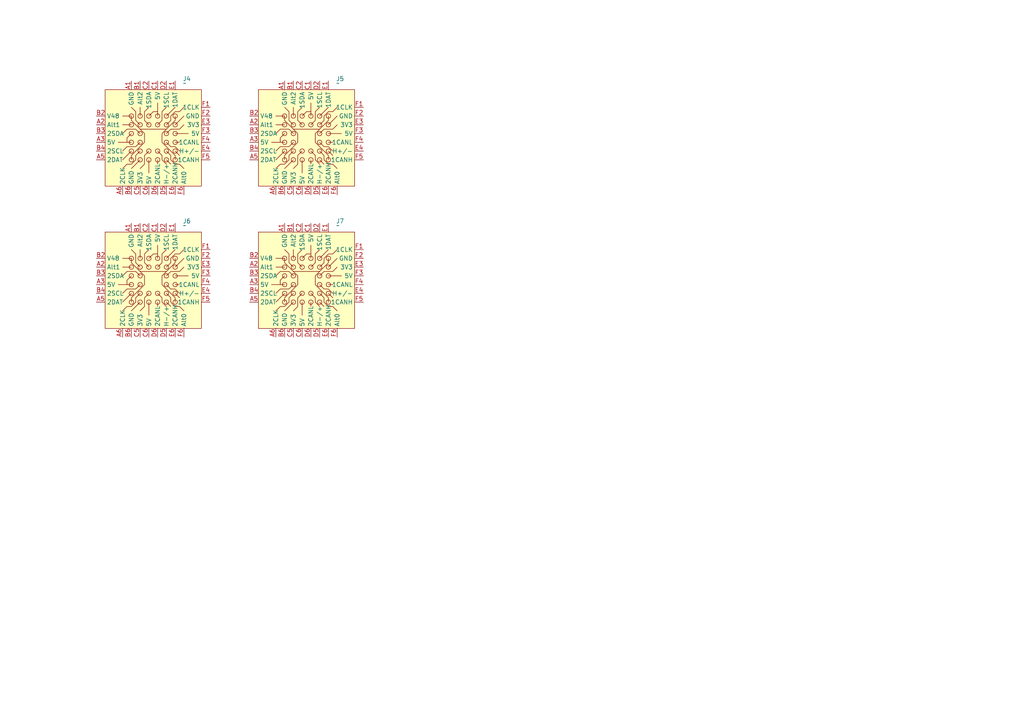
<source format=kicad_sch>
(kicad_sch (version 20240417) (generator "eeschema") (generator_version "8.99")
  (paper "A4")
  (lib_symbols
    (symbol "2023-12-11_00-18-23:PenguinConn"
      (property "Reference" "J" (at 0 0 0))
      (symbol "PenguinConn_0_1"
        (polyline (pts (xy 5.08 -7.62) (xy 7.62 -7.62)))
        (polyline (pts (xy 5.08 -22.86) (xy 6.35 -21.59) (xy 7.62 -21.59) (xy 8.89 -20.32) (xy 8.89 -19.05) (xy 10.16 -17.78)))
        (polyline (pts (xy 7.62 -5.08) (xy 8.89 -6.35) (xy 8.89 -8.89) (xy 10.16 -10.16)))
        (polyline (pts (xy 7.62 -7.62) (xy 7.62 -8.89) (xy 8.89 -10.16) (xy 10.16 -11.43) (xy 16.51 -11.43) (xy 17.78 -11.43) (xy 19.05 -10.16) (xy 20.32 -8.89) (xy 20.32 -7.62)))
        (polyline (pts (xy 7.62 -12.7) (xy 6.35 -13.97) (xy 6.35 -15.24)))
        (circle (center 7.62 -12.7) (radius 0.635))
        (polyline (pts (xy 7.62 -15.24) (xy 3.81 -15.24)))
        (circle (center 7.62 -15.24) (radius 0.635))
        (circle (center 7.62 -17.78) (radius 0.635))
        (polyline (pts (xy 7.62 -17.78) (xy 5.08 -20.32)))
        (circle (center 7.62 -20.32) (radius 0.635))
        (polyline (pts (xy 7.62 -20.32) (xy 7.62 -19.05) (xy 11.43 -15.24) (xy 11.43 -12.7) (xy 10.16 -11.43)))
        (polyline (pts (xy 10.16 -7.62) (xy 10.16 -5.08)))
        (circle (center 10.16 -7.62) (radius 0.635))
        (circle (center 10.16 -12.7) (radius 0.635))
        (polyline (pts (xy 10.16 -12.7) (xy 8.89 -11.43) (xy 6.35 -11.43) (xy 5.08 -12.7)))
        (polyline (pts (xy 10.16 -15.24) (xy 8.89 -16.51) (xy 6.35 -16.51) (xy 5.08 -17.78)))
        (circle (center 10.16 -15.24) (radius 0.635))
        (circle (center 10.16 -17.78) (radius 0.635))
        (polyline (pts (xy 10.16 -20.32) (xy 10.16 -20.32)))
        (polyline (pts (xy 10.16 -20.32) (xy 7.62 -22.86)))
        (circle (center 10.16 -20.32) (radius 0.635))
        (circle (center 12.7 -7.62) (radius 0.635))
        (polyline (pts (xy 12.7 -7.62) (xy 13.97 -6.35) (xy 15.24 -6.35)))
        (polyline (pts (xy 12.7 -10.16) (xy 11.43 -8.89) (xy 11.43 -6.35) (xy 12.7 -5.08)))
        (circle (center 12.7 -10.16) (radius 0.635))
        (polyline (pts (xy 12.7 -17.78) (xy 11.43 -19.05) (xy 11.43 -21.59) (xy 10.16 -22.86)))
        (circle (center 12.7 -17.78) (radius 0.635))
        (polyline (pts (xy 12.7 -20.32) (xy 12.7 -24.13)))
        (circle (center 12.7 -20.32) (radius 0.635))
        (circle (center 15.24 -7.62) (radius 0.635))
        (polyline (pts (xy 15.24 -7.62) (xy 15.24 -3.81)))
        (circle (center 15.24 -10.16) (radius 0.635))
        (polyline (pts (xy 15.24 -10.16) (xy 16.51 -8.89) (xy 16.51 -6.35) (xy 17.78 -5.08)))
        (circle (center 15.24 -17.78) (radius 0.635))
        (polyline (pts (xy 15.24 -17.78) (xy 16.51 -19.05) (xy 16.51 -20.32) (xy 17.78 -21.59)))
        (polyline (pts (xy 15.24 -20.32) (xy 15.24 -21.59)))
        (circle (center 15.24 -20.32) (radius 0.635))
        (polyline (pts (xy 17.78 -7.62) (xy 20.32 -5.08)))
        (circle (center 17.78 -7.62) (radius 0.635))
        (polyline (pts (xy 17.78 -10.16) (xy 19.05 -8.89) (xy 19.05 -7.62) (xy 20.32 -6.35) (xy 21.59 -6.35) (xy 22.86 -5.08)))
        (circle (center 17.78 -10.16) (radius 0.635))
        (circle (center 17.78 -12.7) (radius 0.635))
        (polyline (pts (xy 17.78 -12.7) (xy 19.05 -11.43) (xy 21.59 -11.43) (xy 22.86 -10.16)))
        (polyline (pts (xy 17.78 -15.24) (xy 19.05 -16.51) (xy 20.32 -16.51) (xy 21.59 -17.78)))
        (circle (center 17.78 -15.24) (radius 0.635))
        (polyline (pts (xy 17.78 -17.78) (xy 19.05 -19.05) (xy 19.05 -20.32) (xy 20.32 -21.59) (xy 21.59 -21.59) (xy 22.86 -22.86)))
        (circle (center 17.78 -17.78) (radius 0.635))
        (circle (center 17.78 -20.32) (radius 0.635))
        (polyline (pts (xy 17.78 -20.32) (xy 19.05 -21.59)))
        (circle (center 20.32 -7.62) (radius 0.635))
        (circle (center 20.32 -10.16) (radius 0.635))
        (polyline (pts (xy 20.32 -10.16) (xy 22.86 -7.62)))
        (circle (center 20.32 -12.7) (radius 0.635))
        (polyline (pts (xy 20.32 -12.7) (xy 24.13 -12.7)))
        (circle (center 20.32 -15.24) (radius 0.635))
        (polyline (pts (xy 20.32 -15.24) (xy 21.59 -15.24)))
        (circle (center 20.32 -17.78) (radius 0.635))
        (polyline (pts (xy 20.32 -17.78) (xy 21.59 -19.05)))
        (polyline (pts (xy 20.32 -20.32) (xy 20.32 -19.05) (xy 16.51 -15.24) (xy 16.51 -12.7) (xy 17.78 -11.43)))
        (circle (center 20.32 -20.32) (radius 0.635))
      )
      (symbol "PenguinConn_1_1"
        (rectangle (start 0 0) (end 27.94 -27.94) (fill (type background)))
        (circle (center 7.62 -7.62) (radius 0.635))
        (polyline (pts (xy 7.62 -10.16) (xy 5.08 -10.16)))
        (circle (center 7.62 -10.16) (radius 0.635))
        (circle (center 10.16 -10.16) (radius 0.635))
        (pin passive line (at 7.62 2.54 270) (length 2.54) (name "GND") (number "A1"))
        (pin bidirectional line (at -2.54 -10.16 0) (length 2.54) (name "Alt1") (number "A2"))
        (pin bidirectional line (at -2.54 -15.24 0) (length 2.54) (name "5V") (number "A3"))
        (pin bidirectional line (at -2.54 -15.24 0) (length 2.54) hide (name "5V") (number "A4"))
        (pin bidirectional line (at -2.54 -20.32 0) (length 2.54) (name "2DAT") (number "A5"))
        (pin bidirectional line (at 5.08 -30.48 90) (length 2.54) (name "2CLK") (number "A6"))
        (pin bidirectional line (at 10.16 2.54 270) (length 2.54) (name "Alt2") (number "B1"))
        (pin bidirectional line (at -2.54 -7.62 0) (length 2.54) (name "V48") (number "B2"))
        (pin bidirectional line (at -2.54 -12.7 0) (length 2.54) (name "2SDA") (number "B3"))
        (pin bidirectional line (at -2.54 -17.78 0) (length 2.54) (name "2SCL") (number "B4"))
        (pin bidirectional line (at -2.54 -7.62 0) (length 2.54) hide (name "V48") (number "B5"))
        (pin passive line (at 7.62 -30.48 90) (length 2.54) (name "GND") (number "B6"))
        (pin bidirectional line (at 15.24 2.54 270) (length 2.54) (name "5V") (number "C1"))
        (pin bidirectional line (at 12.7 2.54 270) (length 2.54) (name "1SDA") (number "C2"))
        (pin bidirectional line (at 10.16 -30.48 90) (length 2.54) (name "3V3") (number "C5"))
        (pin bidirectional line (at 12.7 -30.48 90) (length 2.54) (name "5V") (number "C6"))
        (pin bidirectional line (at 15.24 2.54 270) (length 2.54) hide (name "5V") (number "D1"))
        (pin bidirectional line (at 17.78 2.54 270) (length 2.54) (name "1SCL") (number "D2"))
        (pin bidirectional line (at 17.78 -30.48 90) (length 2.54) (name "H-/+") (number "D5"))
        (pin bidirectional line (at 15.24 -30.48 90) (length 2.54) (name "2CANL") (number "D6"))
        (pin bidirectional line (at 20.32 2.54 270) (length 2.54) (name "1DAT") (number "E1"))
        (pin bidirectional line (at -2.54 -7.62 0) (length 2.54) hide (name "V48") (number "E2"))
        (pin bidirectional line (at 30.48 -10.16 180) (length 2.54) (name "3V3") (number "E3"))
        (pin bidirectional line (at 30.48 -17.78 180) (length 2.54) (name "H+/-") (number "E4"))
        (pin bidirectional line (at -2.54 -7.62 0) (length 2.54) hide (name "V48") (number "E5"))
        (pin bidirectional line (at 20.32 -30.48 90) (length 2.54) (name "2CANH") (number "E6"))
        (pin bidirectional line (at 30.48 -5.08 180) (length 2.54) (name "1CLK") (number "F1"))
        (pin passive line (at 30.48 -7.62 180) (length 2.54) (name "GND") (number "F2"))
        (pin bidirectional line (at 30.48 -12.7 180) (length 2.54) (name "5V") (number "F3"))
        (pin bidirectional line (at 30.48 -15.24 180) (length 2.54) (name "1CANL") (number "F4"))
        (pin bidirectional line (at 30.48 -20.32 180) (length 2.54) (name "1CANH") (number "F5"))
        (pin bidirectional line (at 22.86 -30.48 90) (length 2.54) (name "Alt0") (number "F6"))
      )
    )
  )
  (symbol (lib_id "2023-12-11_00-18-23:PenguinConn") (at 30.48 67.31 0) (unit 1)
    (property "Reference" "J6" (at 52.9941 64.135 0) (effects (justify left)))
    (property "Value" "~" (at 52.9941 65.405 0) (effects (justify left)))
  )
  (symbol (lib_id "2023-12-11_00-18-23:PenguinConn") (at 30.48 26.035 0) (unit 1)
    (property "Reference" "J4" (at 52.9941 22.86 0) (effects (justify left)))
    (property "Value" "~" (at 52.9941 24.13 0) (effects (justify left)))
  )
  (symbol (lib_id "2023-12-11_00-18-23:PenguinConn") (at 74.93 26.035 0) (unit 1)
    (property "Reference" "J5" (at 97.4441 22.86 0) (effects (justify left)))
    (property "Value" "~" (at 97.4441 24.13 0) (effects (justify left)))
  )
  (symbol (lib_id "2023-12-11_00-18-23:PenguinConn") (at 74.93 67.31 0) (unit 1)
    (property "Reference" "J7" (at 97.4441 64.135 0) (effects (justify left)))
    (property "Value" "~" (at 97.4441 65.405 0) (effects (justify left)))
  )
)
</source>
